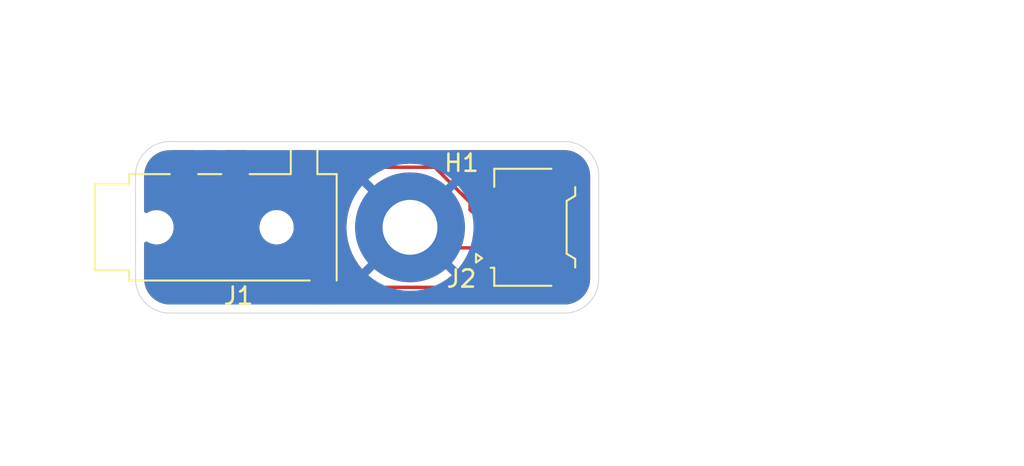
<source format=kicad_pcb>
(kicad_pcb (version 20240108) (generator "pcbnew") (generator_version "8.0")
  (layers (0 "F.Cu" signal) (31 "B.Cu" signal) (34 "B.Paste" user) (35 "F.Paste" user) (36 "B.SilkS" user "B.Silkscreen") (37 "F.SilkS" user "F.Silkscreen") (38 "B.Mask" user) (39 "F.Mask" user) (44 "Edge.Cuts" user))
  (net 0 "")
  (net 1 "GND")
  (net 2 "SCL")
  (net 3 "SDA")
  (net 4 "+5V")
  (footprint "MountingHole:MountingHole_3.2mm_M3_Pad" (layer "F.Cu") (at 93 100)
    (property "Reference" "H1" (at 3 -3.75 0) (layer "F.SilkS"))
    (property "Value" "MountingHole_Pad")
    (pad "1" thru_hole circle (at 0 0) (size 6.4 6.4) (drill 3.2) (layers "*.Cu" "*.Mask") (net 1 "GND"))
  )
  (footprint "Connector_Molex:Molex_Pico-EZmate_78171-0004_1x04-1MP_P1.20mm_Vertical" (layer "F.Cu") (at 100 100 90)
    (property "Reference" "J2" (at -3 -4 180) (layer "F.SilkS"))
    (property "Value" "781710004")
    (fp_line (start -1.55 -3.153553) (end -2.05 -3.153553) (stroke (width 0.12)) (layer "F.SilkS"))
    (fp_line (start -2.05 -3.153553) (end -1.8 -2.8) (stroke (width 0.12)) (layer "F.SilkS"))
    (fp_line (start -1.8 -2.8) (end -1.55 -3.153553) (stroke (width 0.12)) (layer "F.SilkS"))
    (fp_line (start 3.41 -2.09) (end 2.36 -2.09) (stroke (width 0.12)) (layer "F.SilkS"))
    (fp_line (start -2.36 -2.09) (end -2.36 -2.3) (stroke (width 0.12)) (layer "F.SilkS"))
    (fp_line (start -3.41 -2.09) (end -2.36 -2.09) (stroke (width 0.12)) (layer "F.SilkS"))
    (fp_line (start 3.41 1.24) (end 3.41 -2.09) (stroke (width 0.12)) (layer "F.SilkS"))
    (fp_line (start -3.41 1.24) (end -3.41 -2.09) (stroke (width 0.12)) (layer "F.SilkS"))
    (fp_line (start 1.54 2.13) (end 1.84 2.63) (stroke (width 0.12)) (layer "F.SilkS"))
    (fp_line (start -1.54 2.13) (end 1.54 2.13) (stroke (width 0.12)) (layer "F.SilkS"))
    (fp_line (start 1.84 2.63) (end 2.34 2.63) (stroke (width 0.12)) (layer "F.SilkS"))
    (fp_line (start -1.84 2.63) (end -1.54 2.13) (stroke (width 0.12)) (layer "F.SilkS"))
    (fp_line (start -2.34 2.63) (end -1.84 2.63) (stroke (width 0.12)) (layer "F.SilkS"))
    (pad "1" smd roundrect (at -1.8 -1.875 90) (size 0.6 0.85) (layers "F.Cu" "F.Paste" "F.Mask") (net 4 "+5V"))
    (pad "2" smd roundrect (at -0.6 -1.875 90) (size 0.6 0.85) (layers "F.Cu" "F.Paste" "F.Mask") (net 2 "SCL"))
    (pad "3" smd roundrect (at 0.6 -1.875 90) (size 0.6 0.85) (layers "F.Cu" "F.Paste" "F.Mask") (net 3 "SDA"))
    (pad "4" smd roundrect (at 1.8 -1.875 90) (size 0.6 0.85) (layers "F.Cu" "F.Paste" "F.Mask") (net 1 "GND"))
    (pad "MP" smd roundrect (at -2.95 1.9 90) (size 0.7 0.8) (layers "F.Cu" "F.Paste" "F.Mask") (net 1 "GND"))
    (pad "MP" smd roundrect (at 2.95 1.9 90) (size 0.7 0.8) (layers "F.Cu" "F.Paste" "F.Mask") (net 1 "GND"))
  )
  (footprint "Connector_Audio:Jack_3.5mm_PJ320D_Horizontal" (layer "F.Cu") (at 83 100)
    (property "Reference" "J1" (at 0 4 0) (layer "F.SilkS"))
    (property "Value" "PJ-320D")
    (fp_line (start -8.375 -2.5) (end -8.375 2.5) (stroke (width 0.12)) (layer "F.SilkS"))
    (fp_line (start -6.375 -3.1) (end -6.375 -2.5) (stroke (width 0.12)) (layer "F.SilkS"))
    (fp_line (start -6.375 -3.1) (end -4 -3.1) (stroke (width 0.12)) (layer "F.SilkS"))
    (fp_line (start -6.375 -2.5) (end -8.375 -2.5) (stroke (width 0.12)) (layer "F.SilkS"))
    (fp_line (start -6.375 2.5) (end -8.375 2.5) (stroke (width 0.12)) (layer "F.SilkS"))
    (fp_line (start -6.375 2.5) (end -6.375 3.1) (stroke (width 0.12)) (layer "F.SilkS"))
    (fp_line (start -2.35 -3.1) (end -1 -3.1) (stroke (width 0.12)) (layer "F.SilkS"))
    (fp_line (start 0.65 -3.1) (end 3.05 -3.1) (stroke (width 0.12)) (layer "F.SilkS"))
    (fp_line (start 3.05 -3.1) (end 3.05 -4.5) (stroke (width 0.12)) (layer "F.SilkS"))
    (fp_line (start 4.15 3.1) (end -6.375 3.1) (stroke (width 0.12)) (layer "F.SilkS"))
    (fp_line (start 4.6 -3.1) (end 4.6 -4.5) (stroke (width 0.12)) (layer "F.SilkS"))
    (fp_line (start 4.6 -3.1) (end 5.725 -3.1) (stroke (width 0.12)) (layer "F.SilkS"))
    (fp_line (start 5.725 3.1) (end 5.725 -3.1) (stroke (width 0.12)) (layer "F.SilkS"))
    (pad "" np_thru_hole circle (at -4.775 0) (size 1.5 1.5) (drill 1.5) (layers "*.Cu" "*.Mask"))
    (pad "" np_thru_hole circle (at 2.225 0) (size 1.5 1.5) (drill 1.5) (layers "*.Cu" "*.Mask"))
    (pad "R1" smd rect (at -0.175 -3.25) (size 1.2 2.5) (layers "F.Cu" "F.Paste" "F.Mask") (net 2 "SCL"))
    (pad "R2" smd rect (at -3.175 -3.25) (size 1.2 2.5) (layers "F.Cu" "F.Paste" "F.Mask") (net 1 "GND"))
    (pad "S" smd rect (at 4.925 3.25) (size 1.2 2.5) (layers "F.Cu" "F.Paste" "F.Mask") (net 4 "+5V"))
    (pad "T" smd rect (at 3.825 -3.25) (size 1.2 2.5) (layers "F.Cu" "F.Paste" "F.Mask") (net 3 "SDA"))
  )
  (gr_arc (start 77 97) (mid 77.585786 95.585786) (end 79 95) (stroke (width 0.05)) (layer "Edge.Cuts"))
  (gr_arc (start 79 105) (mid 77.585786 104.414214) (end 77 103) (stroke (width 0.05)) (layer "Edge.Cuts"))
  (gr_line (start 102 105) (end 79 105) (stroke (width 0.05)) (layer "Edge.Cuts"))
  (gr_line (start 77 103) (end 77 97) (stroke (width 0.05)) (layer "Edge.Cuts"))
  (gr_arc (start 102 95) (mid 103.414214 95.585786) (end 104 97) (stroke (width 0.05)) (layer "Edge.Cuts"))
  (gr_line (start 104 97) (end 104 103) (stroke (width 0.05)) (layer "Edge.Cuts"))
  (gr_line (start 79 95) (end 102 95) (stroke (width 0.05)) (layer "Edge.Cuts"))
  (gr_arc (start 104 103) (mid 103.414214 104.414214) (end 102 105) (stroke (width 0.05)) (layer "Edge.Cuts"))
  (segment (start 98.85 100.95) (end 98.6 101.2) (width 0.2) (layer "F.Cu") (net 1))
  (segment (start 98.125 98.2) (end 98.85 98.925) (width 0.2) (layer "F.Cu") (net 1))
  (segment (start 98.6 101.2) (end 94.2 101.2) (width 0.2) (layer "F.Cu") (net 1))
  (segment (start 98.85 98.925) (end 98.85 100.95) (width 0.2) (layer "F.Cu") (net 1))
  (segment (start 94.2 101.2) (end 93 100) (width 0.2) (layer "F.Cu") (net 1))
  (segment (start 87.725 98.3) (end 84.375 98.3) (width 0.2) (layer "F.Cu") (net 2))
  (segment (start 94.449748 96.5) (end 89.525 96.5) (width 0.2) (layer "F.Cu") (net 2))
  (segment (start 98.125 100.6) (end 96.5 98.975) (width 0.2) (layer "F.Cu") (net 2))
  (segment (start 96.5 98.550252) (end 94.449748 96.5) (width 0.2) (layer "F.Cu") (net 2))
  (segment (start 84.375 98.3) (end 82.825 96.75) (width 0.2) (layer "F.Cu") (net 2))
  (segment (start 89.525 96.5) (end 87.725 98.3) (width 0.2) (layer "F.Cu") (net 2))
  (segment (start 96.5 98.975) (end 96.5 98.550252) (width 0.2) (layer "F.Cu") (net 2))
  (segment (start 98.125 99.4) (end 94.825 96.1) (width 0.2) (layer "F.Cu") (net 3))
  (segment (start 87.475 96.1) (end 86.825 96.75) (width 0.2) (layer "F.Cu") (net 3))
  (segment (start 94.825 96.1) (end 87.475 96.1) (width 0.2) (layer "F.Cu") (net 3))
  (segment (start 88.175 103.5) (end 87.925 103.25) (width 0.2) (layer "F.Cu") (net 4))
  (segment (start 96.425 103.5) (end 88.175 103.5) (width 0.2) (layer "F.Cu") (net 4))
  (segment (start 98.125 101.8) (end 96.425 103.5) (width 0.2) (layer "F.Cu") (net 4))
  (zone (net 1) (net_name "GND") (layers "F&B.Cu") (connect_pads (clearance 0.5)) (min_thickness 0.25) (fill yes (thermal_gap 0.5) (thermal_bridge_width 0.5))
    (polygon (pts (xy 69.1 86.95) (xy 128.8 86.75) (xy 128.8 113.75) (xy 69.1 113.95)))
  )
)
</source>
